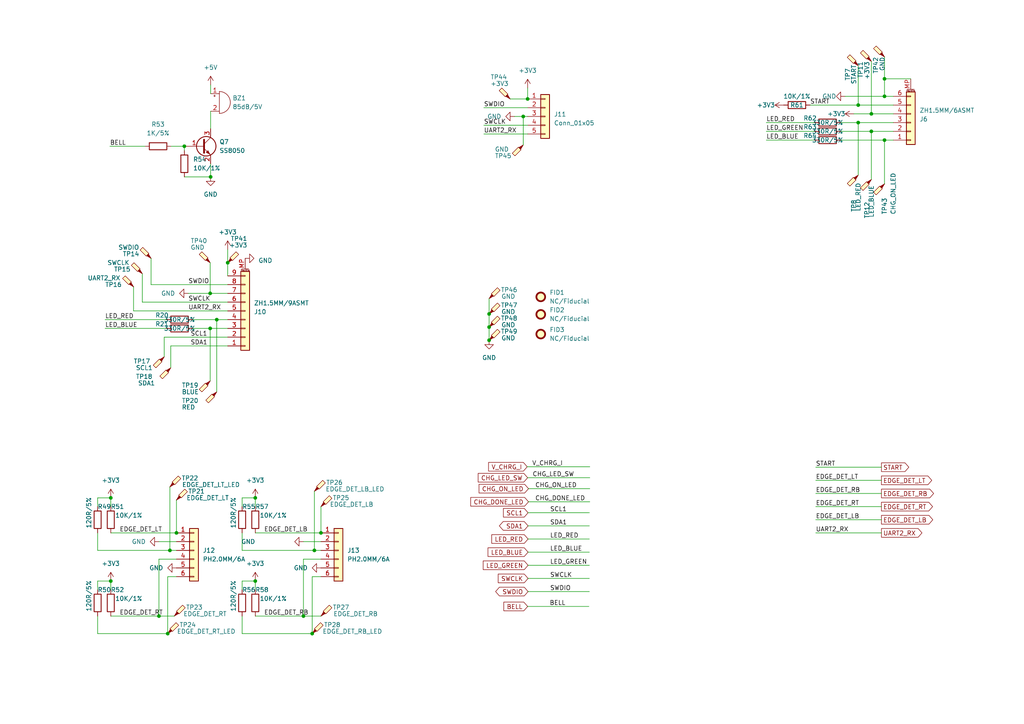
<source format=kicad_sch>
(kicad_sch (version 20231120) (generator "eeschema") (generator_version "8.0")
  (paper "A4")
  (lib_symbols
    (symbol "Connector:TestPoint_Probe" (pin_numbers hide) (pin_names (offset 0.762) hide)
      (property "Reference" "TP" (at 1.651 5.842 0))
      (property "Value" "TestPoint_Probe" (at 1.651 4.064 0))
      (symbol "TestPoint_Probe_0_1"
        (polyline (pts (xy 1.27 0.762) (xy 0 0) (xy 0.762 1.27) (xy 1.27 0.762)) (fill (type outline)))
        (polyline (pts (xy 1.397 0.635) (xy 0.635 1.397) (xy 2.413 3.175) (xy 3.175 2.413) (xy 1.397 0.635)) (fill (type background)))
      )
      (symbol "TestPoint_Probe_1_1"
        (pin passive line (at 0 0 90) (length 0) (name "1") (number "1"))
      )
    )
    (symbol "Connector_Generic:Conn_01x05" (pin_names (offset 1.016) hide)
      (property "Reference" "J" (at 0 7.62 0))
      (property "Value" "Conn_01x05" (at 0 -7.62 0))
      (symbol "Conn_01x05_1_1"
        (rectangle (start -1.27 -4.953) (end 0 -5.207) (stroke (width 0.1524)))
        (rectangle (start -1.27 -2.413) (end 0 -2.667) (stroke (width 0.1524)))
        (rectangle (start -1.27 0.127) (end 0 -0.127) (stroke (width 0.1524)))
        (rectangle (start -1.27 2.667) (end 0 2.413) (stroke (width 0.1524)))
        (rectangle (start -1.27 5.207) (end 0 4.953) (stroke (width 0.1524)))
        (rectangle (start -1.27 6.35) (end 1.27 -6.35) (stroke (width 0.254)) (fill (type background)))
        (pin passive line (at -5.08 5.08 0) (length 3.81) (name "Pin_1") (number "1"))
        (pin passive line (at -5.08 2.54 0) (length 3.81) (name "Pin_2") (number "2"))
        (pin passive line (at -5.08 0 0) (length 3.81) (name "Pin_3") (number "3"))
        (pin passive line (at -5.08 -2.54 0) (length 3.81) (name "Pin_4") (number "4"))
        (pin passive line (at -5.08 -5.08 0) (length 3.81) (name "Pin_5") (number "5"))
      )
    )
    (symbol "Connector_Generic:Conn_01x06" (pin_names (offset 1.016) hide)
      (property "Reference" "J" (at 0 7.62 0))
      (property "Value" "Conn_01x06" (at 0 -10.16 0))
      (symbol "Conn_01x06_1_1"
        (rectangle (start -1.27 -7.493) (end 0 -7.747) (stroke (width 0.1524)))
        (rectangle (start -1.27 -4.953) (end 0 -5.207) (stroke (width 0.1524)))
        (rectangle (start -1.27 -2.413) (end 0 -2.667) (stroke (width 0.1524)))
        (rectangle (start -1.27 0.127) (end 0 -0.127) (stroke (width 0.1524)))
        (rectangle (start -1.27 2.667) (end 0 2.413) (stroke (width 0.1524)))
        (rectangle (start -1.27 5.207) (end 0 4.953) (stroke (width 0.1524)))
        (rectangle (start -1.27 6.35) (end 1.27 -8.89) (stroke (width 0.254)) (fill (type background)))
        (pin passive line (at -5.08 5.08 0) (length 3.81) (name "Pin_1") (number "1"))
        (pin passive line (at -5.08 2.54 0) (length 3.81) (name "Pin_2") (number "2"))
        (pin passive line (at -5.08 0 0) (length 3.81) (name "Pin_3") (number "3"))
        (pin passive line (at -5.08 -2.54 0) (length 3.81) (name "Pin_4") (number "4"))
        (pin passive line (at -5.08 -5.08 0) (length 3.81) (name "Pin_5") (number "5"))
        (pin passive line (at -5.08 -7.62 0) (length 3.81) (name "Pin_6") (number "6"))
      )
    )
    (symbol "Connector_Generic_MountingPin:Conn_01x06_MountingPin" (pin_names (offset 1.016) hide)
      (property "Reference" "J" (at 0 7.62 0))
      (property "Value" "Conn_01x06_MountingPin" (at 1.27 -10.16 0))
      (symbol "Conn_01x06_MountingPin_1_1"
        (rectangle (start -1.27 -7.493) (end 0 -7.747) (stroke (width 0.1524)))
        (rectangle (start -1.27 -4.953) (end 0 -5.207) (stroke (width 0.1524)))
        (rectangle (start -1.27 -2.413) (end 0 -2.667) (stroke (width 0.1524)))
        (rectangle (start -1.27 0.127) (end 0 -0.127) (stroke (width 0.1524)))
        (rectangle (start -1.27 2.667) (end 0 2.413) (stroke (width 0.1524)))
        (rectangle (start -1.27 5.207) (end 0 4.953) (stroke (width 0.1524)))
        (rectangle (start -1.27 6.35) (end 1.27 -8.89) (stroke (width 0.254)) (fill (type background)))
        (polyline (pts (xy -1.016 -9.652) (xy 1.016 -9.652)) (stroke (width 0.1524)))
        (text "Mounting" (at 0 -9.271 0) (effects (font (size 0.381 0.381))))
        (pin passive line (at -5.08 5.08 0) (length 3.81) (name "Pin_1") (number "1"))
        (pin passive line (at -5.08 2.54 0) (length 3.81) (name "Pin_2") (number "2"))
        (pin passive line (at -5.08 0 0) (length 3.81) (name "Pin_3") (number "3"))
        (pin passive line (at -5.08 -2.54 0) (length 3.81) (name "Pin_4") (number "4"))
        (pin passive line (at -5.08 -5.08 0) (length 3.81) (name "Pin_5") (number "5"))
        (pin passive line (at -5.08 -7.62 0) (length 3.81) (name "Pin_6") (number "6"))
        (pin passive line (at 0 -12.7 90) (length 3.048) (name "MountPin") (number "MP"))
      )
    )
    (symbol "Connector_Generic_MountingPin:Conn_01x09_MountingPin" (pin_names (offset 1.016) hide)
      (property "Reference" "J" (at 0 12.7 0))
      (property "Value" "Conn_01x09_MountingPin" (at 1.27 -12.7 0))
      (symbol "Conn_01x09_MountingPin_1_1"
        (rectangle (start -1.27 -10.033) (end 0 -10.287) (stroke (width 0.1524)))
        (rectangle (start -1.27 -7.493) (end 0 -7.747) (stroke (width 0.1524)))
        (rectangle (start -1.27 -4.953) (end 0 -5.207) (stroke (width 0.1524)))
        (rectangle (start -1.27 -2.413) (end 0 -2.667) (stroke (width 0.1524)))
        (rectangle (start -1.27 0.127) (end 0 -0.127) (stroke (width 0.1524)))
        (rectangle (start -1.27 2.667) (end 0 2.413) (stroke (width 0.1524)))
        (rectangle (start -1.27 5.207) (end 0 4.953) (stroke (width 0.1524)))
        (rectangle (start -1.27 7.747) (end 0 7.493) (stroke (width 0.1524)))
        (rectangle (start -1.27 10.287) (end 0 10.033) (stroke (width 0.1524)))
        (rectangle (start -1.27 11.43) (end 1.27 -11.43) (stroke (width 0.254)) (fill (type background)))
        (polyline (pts (xy -1.016 -12.192) (xy 1.016 -12.192)) (stroke (width 0.1524)))
        (text "Mounting" (at 0 -11.811 0) (effects (font (size 0.381 0.381))))
        (pin passive line (at -5.08 10.16 0) (length 3.81) (name "Pin_1") (number "1"))
        (pin passive line (at -5.08 7.62 0) (length 3.81) (name "Pin_2") (number "2"))
        (pin passive line (at -5.08 5.08 0) (length 3.81) (name "Pin_3") (number "3"))
        (pin passive line (at -5.08 2.54 0) (length 3.81) (name "Pin_4") (number "4"))
        (pin passive line (at -5.08 0 0) (length 3.81) (name "Pin_5") (number "5"))
        (pin passive line (at -5.08 -2.54 0) (length 3.81) (name "Pin_6") (number "6"))
        (pin passive line (at -5.08 -5.08 0) (length 3.81) (name "Pin_7") (number "7"))
        (pin passive line (at -5.08 -7.62 0) (length 3.81) (name "Pin_8") (number "8"))
        (pin passive line (at -5.08 -10.16 0) (length 3.81) (name "Pin_9") (number "9"))
        (pin passive line (at 0 -15.24 90) (length 3.048) (name "MountPin") (number "MP"))
      )
    )
    (symbol "Device:Buzzer" (pin_names (offset 0.0254) hide)
      (property "Reference" "BZ" (at 3.81 1.27 0))
      (property "Value" "Buzzer" (at 3.81 -1.27 0))
      (symbol "Buzzer_0_1"
        (arc (start 0 -3.175) (mid 3.1612 0) (end 0 3.175))
        (polyline (pts (xy -1.651 1.905) (xy -1.143 1.905)))
        (polyline (pts (xy -1.397 2.159) (xy -1.397 1.651)))
        (polyline (pts (xy 0 3.175) (xy 0 -3.175)))
      )
      (symbol "Buzzer_1_1"
        (pin passive line (at -2.54 2.54 0) (length 2.54) (name "-") (number "1"))
        (pin passive line (at -2.54 -2.54 0) (length 2.54) (name "+") (number "2"))
      )
    )
    (symbol "Device:Q_NPN_BEC" (pin_names (offset 0) hide)
      (property "Reference" "Q" (at 5.08 1.27 0))
      (property "Value" "Q_NPN_BEC" (at 5.08 -1.27 0))
      (symbol "Q_NPN_BEC_0_1"
        (polyline (pts (xy 0.635 0.635) (xy 2.54 2.54)))
        (polyline (pts (xy 0.635 -0.635) (xy 2.54 -2.54) (xy 2.54 -2.54)))
        (polyline (pts (xy 0.635 1.905) (xy 0.635 -1.905) (xy 0.635 -1.905)) (stroke (width 0.508)))
        (polyline (pts (xy 1.27 -1.778) (xy 1.778 -1.27) (xy 2.286 -2.286) (xy 1.27 -1.778) (xy 1.27 -1.778)) (fill (type outline)))
        (circle (center 1.27 0) (radius 2.8194) (stroke (width 0.254)))
      )
      (symbol "Q_NPN_BEC_1_1"
        (pin input line (at -5.08 0 0) (length 5.715) (name "B") (number "1"))
        (pin passive line (at 2.54 -5.08 90) (length 2.54) (name "E") (number "2"))
        (pin passive line (at 2.54 5.08 270) (length 2.54) (name "C") (number "3"))
      )
    )
    (symbol "Device:R" (pin_numbers hide) (pin_names (offset 0))
      (property "Reference" "R" (at 2.032 0 90))
      (property "Value" "R" (at 0 0 90))
      (symbol "R_0_1"
        (rectangle (start -1.016 -2.54) (end 1.016 2.54) (stroke (width 0.254)))
      )
      (symbol "R_1_1"
        (pin passive line (at 0 3.81 270) (length 1.27) (name "~") (number "1"))
        (pin passive line (at 0 -3.81 90) (length 1.27) (name "~") (number "2"))
      )
    )
    (symbol "GND_1" (power) (pin_names (offset 0))
      (property "Value" "GND_1" (at 0 -3.81 0))
      (symbol "GND_1_0_1"
        (polyline (pts (xy 0 0) (xy 0 -1.27) (xy 1.27 -1.27) (xy 0 -2.54) (xy -1.27 -1.27) (xy 0 -1.27)))
      )
      (symbol "GND_1_1_1"
        (pin power_in line (at 0 0 270) (length 0) hide (name "GND") (number "1"))
      )
    )
    (symbol "GND_2" (power) (pin_names (offset 0))
      (property "Value" "GND_2" (at 0 -3.81 0))
      (symbol "GND_2_0_1"
        (polyline (pts (xy 0 0) (xy 0 -1.27) (xy 1.27 -1.27) (xy 0 -2.54) (xy -1.27 -1.27) (xy 0 -1.27)))
      )
      (symbol "GND_2_1_1"
        (pin power_in line (at 0 0 270) (length 0) hide (name "GND") (number "1"))
      )
    )
    (symbol "Mechanical:Fiducial"
      (property "Reference" "FID" (at 0 5.08 0))
      (property "Value" "Fiducial" (at 0 3.175 0))
      (symbol "Fiducial_0_1"
        (circle (center 0 0) (radius 1.27) (stroke (width 0.508)) (fill (type background)))
      )
    )
    (symbol "power:+3V3" (power) (pin_names (offset 0))
      (property "Value" "+3V3" (at 0 3.556 0))
      (symbol "+3V3_0_1"
        (polyline (pts (xy -0.762 1.27) (xy 0 2.54)))
        (polyline (pts (xy 0 0) (xy 0 2.54)))
        (polyline (pts (xy 0 2.54) (xy 0.762 1.27)))
      )
      (symbol "+3V3_1_1"
        (pin power_in line (at 0 0 90) (length 0) hide (name "+3V3") (number "1"))
      )
    )
    (symbol "power:+5V" (power) (pin_names (offset 0))
      (property "Value" "+5V" (at 0 3.556 0))
      (symbol "+5V_0_1"
        (polyline (pts (xy -0.762 1.27) (xy 0 2.54)))
        (polyline (pts (xy 0 0) (xy 0 2.54)))
        (polyline (pts (xy 0 2.54) (xy 0.762 1.27)))
      )
      (symbol "+5V_1_1"
        (pin power_in line (at 0 0 90) (length 0) hide (name "+5V") (number "1"))
      )
    )
    (symbol "power:GND" (power) (pin_names (offset 0))
      (property "Value" "GND" (at 0 -3.81 0))
      (symbol "GND_0_1"
        (polyline (pts (xy 0 0) (xy 0 -1.27) (xy 1.27 -1.27) (xy 0 -2.54) (xy -1.27 -1.27) (xy 0 -1.27)))
      )
      (symbol "GND_1_1"
        (pin power_in line (at 0 0 270) (length 0) hide (name "GND") (number "1"))
      )
    )
  )
  (junction (at 48.641 183.769))
  (junction (at 252.73 33.02))
  (junction (at 46.101 178.689))
  (junction (at 88.011 178.689))
  (junction (at 153.035 28.702))
  (junction (at 141.859 94.869))
  (junction (at 141.859 91.059))
  (junction (at 256.54 22.86))
  (junction (at 60.96 85.09))
  (junction (at 91.186 159.639))
  (junction (at 256.54 40.64))
  (junction (at 256.54 27.94))
  (junction (at 49.276 159.639))
  (junction (at 74.041 168.529))
  (junction (at 32.131 144.399))
  (junction (at 141.859 98.679))
  (junction (at 248.92 35.56))
  (junction (at 51.181 154.559))
  (junction (at 32.131 168.529))
  (junction (at 151.765 33.782))
  (junction (at 61.087 51.308))
  (junction (at 90.551 183.769))
  (junction (at 93.091 154.559))
  (junction (at 53.467 42.418))
  (junction (at 248.92 30.48))
  (junction (at 252.73 38.1))
  (junction (at 66.04 76.2))
  (junction (at 74.041 144.399))
  (junction (at 60.96 95.25))
  (junction (at 62.865 92.71))
  (wire (pts (xy 74.041 154.559) (xy 93.091 154.559)))
  (wire (pts (xy 90.551 183.769) (xy 90.551 167.259)))
  (wire (pts (xy 152.908 135.382) (xy 171.069 135.382)))
  (wire (pts (xy 28.321 154.559) (xy 28.321 159.639)))
  (wire (pts (xy 140.335 38.862) (xy 153.035 38.862)))
  (wire (pts (xy 248.92 30.48) (xy 259.08 30.48)))
  (wire (pts (xy 256.54 40.64) (xy 259.08 40.64)))
  (wire (pts (xy 236.601 146.939) (xy 255.651 146.939)))
  (wire (pts (xy 43.815 74.93) (xy 43.815 82.55)))
  (wire (pts (xy 60.96 76.2) (xy 60.96 85.09)))
  (wire (pts (xy 252.73 33.02) (xy 259.08 33.02)))
  (wire (pts (xy 147.955 28.702) (xy 153.035 28.702)))
  (wire (pts (xy 243.84 40.64) (xy 256.54 40.64)))
  (wire (pts (xy 153.035 175.895) (xy 170.815 175.895)))
  (wire (pts (xy 153.162 171.577) (xy 170.942 171.577)))
  (wire (pts (xy 236.601 135.509) (xy 255.651 135.509)))
  (wire (pts (xy 49.53 106.68) (xy 49.53 100.33)))
  (wire (pts (xy 252.73 17.78) (xy 252.73 33.02)))
  (wire (pts (xy 149.225 33.782) (xy 151.765 33.782)))
  (wire (pts (xy 47.625 103.505) (xy 47.625 97.79)))
  (wire (pts (xy 88.011 178.689) (xy 93.091 178.689)))
  (wire (pts (xy 46.101 162.179) (xy 51.181 162.179)))
  (wire (pts (xy 66.04 72.39) (xy 66.04 76.2)))
  (wire (pts (xy 28.321 171.069) (xy 28.321 168.529)))
  (wire (pts (xy 28.321 146.939) (xy 28.321 144.399)))
  (wire (pts (xy 140.335 36.322) (xy 153.035 36.322)))
  (wire (pts (xy 66.04 76.2) (xy 66.04 80.01)))
  (wire (pts (xy 55.88 92.71) (xy 62.865 92.71)))
  (wire (pts (xy 28.321 183.769) (xy 48.641 183.769)))
  (wire (pts (xy 38.735 90.17) (xy 66.04 90.17)))
  (wire (pts (xy 247.65 33.02) (xy 252.73 33.02)))
  (wire (pts (xy 141.859 94.869) (xy 141.859 98.679)))
  (wire (pts (xy 47.625 97.79) (xy 66.04 97.79)))
  (wire (pts (xy 61.087 32.258) (xy 61.087 37.338)))
  (wire (pts (xy 70.231 183.769) (xy 90.551 183.769)))
  (wire (pts (xy 28.321 159.639) (xy 49.276 159.639)))
  (wire (pts (xy 222.25 40.64) (xy 236.22 40.64)))
  (wire (pts (xy 153.035 138.557) (xy 171.069 138.557)))
  (wire (pts (xy 41.275 79.375) (xy 41.275 87.63)))
  (wire (pts (xy 140.335 31.242) (xy 153.035 31.242)))
  (wire (pts (xy 153.035 25.527) (xy 153.035 28.702)))
  (wire (pts (xy 236.601 143.129) (xy 255.651 143.129)))
  (wire (pts (xy 62.865 92.71) (xy 66.04 92.71)))
  (wire (pts (xy 141.859 86.614) (xy 141.859 91.059)))
  (wire (pts (xy 53.467 42.418) (xy 53.467 43.688)))
  (wire (pts (xy 243.84 35.56) (xy 248.92 35.56)))
  (wire (pts (xy 70.231 144.399) (xy 74.041 144.399)))
  (wire (pts (xy 153.162 156.337) (xy 170.942 156.337)))
  (wire (pts (xy 248.92 50.8) (xy 248.92 35.56)))
  (wire (pts (xy 48.641 167.259) (xy 51.181 167.259)))
  (wire (pts (xy 49.53 100.33) (xy 66.04 100.33)))
  (wire (pts (xy 70.231 146.939) (xy 70.231 144.399)))
  (wire (pts (xy 91.186 142.494) (xy 91.186 159.639)))
  (wire (pts (xy 153.162 160.147) (xy 170.942 160.147)))
  (wire (pts (xy 256.54 27.94) (xy 256.54 22.86)))
  (wire (pts (xy 61.087 24.638) (xy 61.087 27.178)))
  (wire (pts (xy 248.92 19.05) (xy 248.92 30.48)))
  (wire (pts (xy 74.041 144.399) (xy 74.041 146.939)))
  (wire (pts (xy 60.96 85.09) (xy 66.04 85.09)))
  (wire (pts (xy 153.289 141.732) (xy 171.069 141.732)))
  (wire (pts (xy 151.765 33.782) (xy 153.035 33.782)))
  (wire (pts (xy 41.275 87.63) (xy 66.04 87.63)))
  (wire (pts (xy 61.087 47.498) (xy 61.087 51.308)))
  (wire (pts (xy 252.73 38.1) (xy 259.08 38.1)))
  (wire (pts (xy 222.25 35.56) (xy 236.22 35.56)))
  (wire (pts (xy 236.601 150.749) (xy 255.651 150.749)))
  (wire (pts (xy 49.657 42.418) (xy 53.467 42.418)))
  (wire (pts (xy 54.61 85.09) (xy 60.96 85.09)))
  (wire (pts (xy 70.231 171.069) (xy 70.231 168.529)))
  (wire (pts (xy 32.131 154.559) (xy 51.181 154.559)))
  (wire (pts (xy 141.859 91.059) (xy 141.859 94.869)))
  (wire (pts (xy 153.162 167.767) (xy 170.942 167.767)))
  (wire (pts (xy 234.95 30.48) (xy 248.92 30.48)))
  (wire (pts (xy 236.601 154.559) (xy 255.651 154.559)))
  (wire (pts (xy 248.92 35.56) (xy 259.08 35.56)))
  (wire (pts (xy 243.84 38.1) (xy 252.73 38.1)))
  (wire (pts (xy 30.48 92.71) (xy 48.26 92.71)))
  (wire (pts (xy 32.131 144.399) (xy 32.131 146.939)))
  (wire (pts (xy 245.11 27.94) (xy 256.54 27.94)))
  (wire (pts (xy 93.091 157.099) (xy 88.011 157.099)))
  (wire (pts (xy 32.131 168.529) (xy 32.131 171.069)))
  (wire (pts (xy 53.467 51.308) (xy 61.087 51.308)))
  (wire (pts (xy 43.815 82.55) (xy 66.04 82.55)))
  (wire (pts (xy 153.162 163.957) (xy 170.942 163.957)))
  (wire (pts (xy 31.877 42.418) (xy 42.037 42.418)))
  (wire (pts (xy 151.765 33.782) (xy 151.765 42.037)))
  (wire (pts (xy 62.865 92.71) (xy 62.865 113.665)))
  (wire (pts (xy 28.321 178.689) (xy 28.321 183.769)))
  (wire (pts (xy 256.54 53.34) (xy 256.54 40.64)))
  (wire (pts (xy 222.25 38.1) (xy 236.22 38.1)))
  (wire (pts (xy 55.88 95.25) (xy 60.96 95.25)))
  (wire (pts (xy 46.101 178.689) (xy 50.546 178.689)))
  (wire (pts (xy 90.551 167.259) (xy 93.091 167.259)))
  (wire (pts (xy 70.231 159.639) (xy 91.186 159.639)))
  (wire (pts (xy 51.181 157.099) (xy 46.101 157.099)))
  (wire (pts (xy 74.041 168.529) (xy 74.041 171.069)))
  (wire (pts (xy 236.601 139.319) (xy 255.651 139.319)))
  (wire (pts (xy 51.181 145.034) (xy 51.181 154.559)))
  (wire (pts (xy 49.276 141.224) (xy 49.276 159.639)))
  (wire (pts (xy 256.54 16.51) (xy 256.54 22.86)))
  (wire (pts (xy 70.231 168.529) (xy 74.041 168.529)))
  (wire (pts (xy 74.041 178.689) (xy 88.011 178.689)))
  (wire (pts (xy 28.321 168.529) (xy 32.131 168.529)))
  (wire (pts (xy 91.186 159.639) (xy 93.091 159.639)))
  (wire (pts (xy 256.54 22.86) (xy 264.16 22.86)))
  (wire (pts (xy 30.48 95.25) (xy 48.26 95.25)))
  (wire (pts (xy 28.321 144.399) (xy 32.131 144.399)))
  (wire (pts (xy 38.735 83.185) (xy 38.735 90.17)))
  (wire (pts (xy 48.641 183.769) (xy 48.641 167.259)))
  (wire (pts (xy 46.101 178.689) (xy 46.101 162.179)))
  (wire (pts (xy 153.162 152.527) (xy 170.942 152.527)))
  (wire (pts (xy 49.276 159.639) (xy 51.181 159.639)))
  (wire (pts (xy 252.73 52.07) (xy 252.73 38.1)))
  (wire (pts (xy 70.231 154.559) (xy 70.231 159.639)))
  (wire (pts (xy 153.162 148.717) (xy 170.942 148.717)))
  (wire (pts (xy 60.96 95.25) (xy 66.04 95.25)))
  (wire (pts (xy 93.091 146.939) (xy 93.091 154.559)))
  (wire (pts (xy 60.96 95.25) (xy 60.96 110.49)))
  (wire (pts (xy 88.011 162.179) (xy 93.091 162.179)))
  (wire (pts (xy 88.011 178.689) (xy 88.011 162.179)))
  (wire (pts (xy 70.231 178.689) (xy 70.231 183.769)))
  (wire (pts (xy 153.289 145.542) (xy 171.069 145.542)))
  (wire (pts (xy 32.131 178.689) (xy 46.101 178.689)))
  (wire (pts (xy 256.54 27.94) (xy 259.08 27.94)))
  (label "SWCLK" (at 159.512 167.767 0))
  (label "BELL" (at 31.877 42.418 0))
  (label "EDGE_DET_RB" (at 76.581 178.689 0))
  (label "SWDIO" (at 159.512 171.577 0))
  (label "LED_BLUE" (at 222.25 40.64 0))
  (label "EDGE_DET_RT" (at 236.601 146.939 0))
  (label "SDA1" (at 159.512 152.527 0))
  (label "LED_RED" (at 222.25 35.56 0))
  (label "EDGE_DET_LB" (at 236.601 150.749 0))
  (label "UART2_RX" (at 140.335 38.862 0))
  (label "LED_GREEN" (at 222.25 38.1 0))
  (label "EDGE_DET_LT" (at 34.671 154.559 0))
  (label "LED_RED" (at 30.48 92.71 0))
  (label "EDGE_DET_RB" (at 236.601 143.129 0))
  (label "LED_RED" (at 159.512 156.337 0))
  (label "SWDIO" (at 140.335 31.242 0))
  (label "EDGE_DET_LT" (at 236.601 139.319 0))
  (label "SWCLK" (at 140.335 36.322 0))
  (label "V_CHRG_I" (at 154.305 135.382 0))
  (label "UART2_RX" (at 236.601 154.559 0))
  (label "BELL" (at 159.385 175.895 0))
  (label "EDGE_DET_RT" (at 34.671 178.689 0))
  (label "UART2_RX" (at 54.61 90.17 0))
  (label "CHG_DONE_LED" (at 155.194 145.542 0))
  (label "LED_BLUE" (at 159.512 160.147 0))
  (label "EDGE_DET_LB" (at 76.581 154.559 0))
  (label "START" (at 236.601 135.509 0))
  (label "SWCLK" (at 54.61 87.63 0))
  (label "SDA1" (at 55.245 100.33 0))
  (label "SWDIO" (at 54.61 82.55 0))
  (label "LED_GREEN" (at 159.512 163.957 0))
  (label "SCL1" (at 159.512 148.717 0))
  (label "LED_BLUE" (at 30.48 95.25 0))
  (label "SCL1" (at 55.245 97.79 0))
  (label "START" (at 234.95 30.48 0))
  (label "CHG_LED_SW" (at 154.432 138.557 0))
  (label "CHG_ON_LED" (at 155.194 141.732 0))
  (global_label "LED_GREEN" (shape input) (at 153.162 163.957 180) (property "Intersheetrefs" "${INTERSHEET_REFS}" (effects (hide yes))))
  (global_label "SDA1" (shape bidirectional) (at 153.162 152.527 180) (property "Intersheetrefs" "${INTERSHEET_REFS}" (effects (hide yes))))
  (global_label "LED_RED" (shape input) (at 153.162 156.337 180) (property "Intersheetrefs" "${INTERSHEET_REFS}" (effects (hide yes))))
  (global_label "CHG_DONE_LED" (shape input) (at 153.289 145.542 180) (property "Intersheetrefs" "${INTERSHEET_REFS}" (effects (hide yes))))
  (global_label "EDGE_DET_RT" (shape output) (at 255.651 146.939 0) (property "Intersheetrefs" "${INTERSHEET_REFS}" (effects (hide yes))))
  (global_label "SWDIO" (shape bidirectional) (at 153.162 171.577 180) (property "Intersheetrefs" "${INTERSHEET_REFS}" (effects (hide yes))))
  (global_label "EDGE_DET_LT" (shape output) (at 255.651 139.319 0) (property "Intersheetrefs" "${INTERSHEET_REFS}" (effects (hide yes))))
  (global_label "V_CHRG_I" (shape input) (at 152.908 135.382 180) (property "Intersheetrefs" "${INTERSHEET_REFS}" (effects (hide yes))))
  (global_label "EDGE_DET_LB" (shape output) (at 255.651 150.749 0) (property "Intersheetrefs" "${INTERSHEET_REFS}" (effects (hide yes))))
  (global_label "START" (shape output) (at 255.651 135.509 0) (property "Intersheetrefs" "${INTERSHEET_REFS}" (effects (hide yes))))
  (global_label "SWCLK" (shape input) (at 153.162 167.767 180) (property "Intersheetrefs" "${INTERSHEET_REFS}" (effects (hide yes))))
  (global_label "SCL1" (shape input) (at 153.162 148.717 180) (property "Intersheetrefs" "${INTERSHEET_REFS}" (effects (hide yes))))
  (global_label "LED_BLUE" (shape input) (at 153.162 160.147 180) (property "Intersheetrefs" "${INTERSHEET_REFS}" (effects (hide yes))))
  (global_label "EDGE_DET_RB" (shape output) (at 255.651 143.129 0) (property "Intersheetrefs" "${INTERSHEET_REFS}" (effects (hide yes))))
  (global_label "UART2_RX" (shape output) (at 255.651 154.559 0) (property "Intersheetrefs" "${INTERSHEET_REFS}" (effects (hide yes))))
  (global_label "CHG_LED_SW" (shape input) (at 153.035 138.557 180) (property "Intersheetrefs" "${INTERSHEET_REFS}" (effects (hide yes))))
  (global_label "CHG_ON_LED" (shape input) (at 153.289 141.732 180) (property "Intersheetrefs" "${INTERSHEET_REFS}" (effects (hide yes))))
  (global_label "BELL" (shape input) (at 153.035 175.895 180) (property "Intersheetrefs" "${INTERSHEET_REFS}" (effects (hide yes))))
  (symbol (lib_id "Connector:TestPoint_Probe") (at 141.859 91.059 0) (unit 1)
    (property "Reference" "TP47" (at 150.114 88.519 0) (effects (justify right)))
    (property "Value" "GND" (at 149.479 90.424 0) (effects (justify right)))
    (property "Footprint" "TestPoint:TestPoint_Pad_D1.0mm" (effects (hide yes)))
  )
  (symbol (lib_id "Connector:TestPoint_Probe") (at 248.92 19.05 90) (unit 1)
    (property "Reference" "TP7" (at 245.872 21.59 0))
    (property "Value" "START" (at 247.65 21.59 0))
    (property "Footprint" "TestPoint:TestPoint_Pad_D1.0mm" (effects (hide yes)))
  )
  (symbol (lib_id "Connector:TestPoint_Probe") (at 41.275 79.375 90) (unit 1)
    (property "Reference" "TP15" (at 33.02 78.105 90) (effects (justify right)))
    (property "Value" "SWCLK" (at 31.115 76.2 90) (effects (justify right)))
    (property "Footprint" "TestPoint:TestPoint_Pad_D1.0mm" (effects (hide yes)))
  )
  (symbol (lib_id "Connector:TestPoint_Probe") (at 60.96 110.49 180) (unit 1)
    (property "Reference" "TP19" (at 52.705 111.76 0) (effects (justify right)))
    (property "Value" "BLUE" (at 52.705 113.665 0) (effects (justify right)))
    (property "Footprint" "TestPoint:TestPoint_Pad_D1.0mm" (effects (hide yes)))
  )
  (symbol (lib_id "Device:R") (at 32.131 150.749 0) (unit 1)
    (property "Reference" "R51" (at 32.131 146.939 0) (effects (justify left)))
    (property "Value" "10K/1%" (at 33.401 149.479 0) (effects (justify left)))
    (property "Footprint" "Resistor_SMD:R_0603_1608Metric" (effects (hide yes)))
  )
  (symbol (lib_id "Connector:TestPoint_Probe") (at 47.625 103.505 180) (unit 1)
    (property "Reference" "TP17" (at 38.735 104.775 0) (effects (justify right)))
    (property "Value" "SCL1" (at 39.37 106.68 0) (effects (justify right)))
    (property "Footprint" "TestPoint:TestPoint_Pad_D1.0mm" (effects (hide yes)))
  )
  (symbol (lib_id "power:+3V3") (at 74.041 144.399 0) (unit 1)
    (property "Reference" "#PWR0205" (effects (hide yes)))
    (property "Value" "+3V3" (at 74.041 139.319 0))
  )
  (symbol (lib_id "Connector:TestPoint_Probe") (at 256.54 16.51 90) (unit 1)
    (property "Reference" "TP42" (at 254 16.51 0) (effects (justify right)))
    (property "Value" "GND" (at 255.905 16.51 0) (effects (justify right)))
    (property "Footprint" "TestPoint:TestPoint_Pad_D1.0mm" (effects (hide yes)))
  )
  (symbol (lib_id "Device:R") (at 74.041 174.879 0) (unit 1)
    (property "Reference" "R58" (at 74.041 171.069 0) (effects (justify left)))
    (property "Value" "10K/1%" (at 75.311 173.609 0) (effects (justify left)))
    (property "Footprint" "Resistor_SMD:R_0603_1608Metric" (effects (hide yes)))
  )
  (symbol (lib_id "Connector:TestPoint_Probe") (at 252.73 52.07 180) (unit 1)
    (property "Reference" "TP12" (at 251.46 60.96 90))
    (property "Value" "LED_BLUE" (at 252.73 58.42 90))
    (property "Footprint" "TestPoint:TestPoint_Pad_D1.0mm" (effects (hide yes)))
  )
  (symbol (lib_id "Connector:TestPoint_Probe") (at 252.73 17.78 90) (unit 1)
    (property "Reference" "TP11" (at 249.555 17.78 0) (effects (justify right)))
    (property "Value" "+3V3" (at 251.46 17.78 0) (effects (justify right)))
    (property "Footprint" "TestPoint:TestPoint_Pad_D1.0mm" (effects (hide yes)))
  )
  (symbol (lib_id "Connector:TestPoint_Probe") (at 151.765 42.037 180) (unit 1)
    (property "Reference" "TP45" (at 143.51 45.212 0) (effects (justify right)))
    (property "Value" "GND" (at 143.51 43.307 0) (effects (justify right)))
    (property "Footprint" "TestPoint:TestPoint_Pad_D1.0mm" (effects (hide yes)))
  )
  (symbol (lib_id "Device:R") (at 240.03 35.56 90) (unit 1)
    (property "Reference" "R62" (at 234.95 34.29 90))
    (property "Value" "330R/5%" (at 240.03 35.56 90))
    (property "Footprint" "Resistor_SMD:R_0603_1608Metric" (effects (hide yes)))
  )
  (symbol (lib_id "Device:R") (at 28.321 150.749 0) (unit 1)
    (property "Reference" "R49" (at 28.321 146.939 0) (effects (justify left)))
    (property "Value" "120R/5%" (at 25.781 153.289 90) (effects (justify left)))
    (property "Footprint" "Resistor_SMD:R_0603_1608Metric" (effects (hide yes)))
  )
  (symbol (lib_id "Connector_Generic_MountingPin:Conn_01x09_MountingPin") (at 71.12 90.17 0) (mirror x) (unit 1)
    (property "Reference" "J10" (at 73.66 90.4494 0) (effects (justify left)))
    (property "Value" "ZH1.5MM/9ASMT" (at 73.66 87.9094 0) (effects (justify left)))
    (property "Footprint" "Ovo_Connector_JST:JST_ZH_B9B-ZR-SM4-TF_1x09-1MP_P1.50mm_Vertical" (effects (hide yes)))
  )
  (symbol (lib_id "Connector_Generic:Conn_01x06") (at 98.171 159.639 0) (unit 1)
    (property "Reference" "J13" (at 100.711 159.6389 0) (effects (justify left)))
    (property "Value" "PH2.0MM/6A" (at 100.711 162.1789 0) (effects (justify left)))
    (property "Footprint" "Connector_JST:JST_PH_B6B-PH-K_1x06_P2.00mm_Vertical" (effects (hide yes)))
  )
  (symbol (lib_id "Connector:TestPoint_Probe") (at 43.815 74.93 90) (unit 1)
    (property "Reference" "TP14" (at 35.56 73.66 90) (effects (justify right)))
    (property "Value" "SWDIO" (at 34.29 71.755 90) (effects (justify right)))
    (property "Footprint" "TestPoint:TestPoint_Pad_D1.0mm" (effects (hide yes)))
  )
  (symbol (lib_id "Device:R") (at 52.07 92.71 90) (unit 1)
    (property "Reference" "R20" (at 46.99 91.44 90))
    (property "Value" "330R/5%" (at 52.07 92.71 90))
    (property "Footprint" "Resistor_SMD:R_0603_1608Metric" (effects (hide yes)))
  )
  (symbol (lib_name "GND_1") (lib_id "power:GND") (at 71.12 74.93 90) (unit 1)
    (property "Reference" "#PWR09" (effects (hide yes)))
    (property "Value" "GND" (at 74.93 75.565 90) (effects (justify right)))
  )
  (symbol (lib_id "Connector:TestPoint_Probe") (at 62.865 113.665 180) (unit 1)
    (property "Reference" "TP20" (at 52.705 116.205 0) (effects (justify right)))
    (property "Value" "RED" (at 52.705 118.11 0) (effects (justify right)))
    (property "Footprint" "TestPoint:TestPoint_Pad_D1.0mm" (effects (hide yes)))
  )
  (symbol (lib_id "power:+3V3") (at 32.131 144.399 0) (unit 1)
    (property "Reference" "#PWR0206" (effects (hide yes)))
    (property "Value" "+3V3" (at 32.131 139.319 0))
  )
  (symbol (lib_id "Connector:TestPoint_Probe") (at 49.276 141.224 0) (unit 1)
    (property "Reference" "TP22" (at 57.531 138.684 0) (effects (justify right)))
    (property "Value" "EDGE_DET_LT_LED" (at 69.596 140.589 0) (effects (justify right)))
    (property "Footprint" "TestPoint:TestPoint_Pad_D1.0mm" (effects (hide yes)))
  )
  (symbol (lib_id "power:GND") (at 46.101 157.099 270) (unit 1)
    (property "Reference" "#PWR0216" (effects (hide yes)))
    (property "Value" "GND" (at 42.291 157.099 90) (effects (justify right)))
  )
  (symbol (lib_id "Device:R") (at 32.131 174.879 0) (unit 1)
    (property "Reference" "R52" (at 32.131 171.069 0) (effects (justify left)))
    (property "Value" "10K/1%" (at 33.401 173.609 0) (effects (justify left)))
    (property "Footprint" "Resistor_SMD:R_0603_1608Metric" (effects (hide yes)))
  )
  (symbol (lib_id "Device:R") (at 28.321 174.879 0) (unit 1)
    (property "Reference" "R50" (at 28.321 171.069 0) (effects (justify left)))
    (property "Value" "120R/5%" (at 25.781 177.419 90) (effects (justify left)))
    (property "Footprint" "Resistor_SMD:R_0603_1608Metric" (effects (hide yes)))
  )
  (symbol (lib_id "power:+3V3") (at 66.04 72.39 0) (unit 1)
    (property "Reference" "#PWR0114" (effects (hide yes)))
    (property "Value" "+3V3" (at 66.04 67.31 0))
  )
  (symbol (lib_id "Connector_Generic:Conn_01x06") (at 56.261 159.639 0) (unit 1)
    (property "Reference" "J12" (at 58.801 159.6389 0) (effects (justify left)))
    (property "Value" "PH2.0MM/6A" (at 58.801 162.1789 0) (effects (justify left)))
    (property "Footprint" "Connector_JST:JST_PH_B6B-PH-K_1x06_P2.00mm_Vertical" (effects (hide yes)))
  )
  (symbol (lib_id "power:+3V3") (at 227.33 30.48 90) (unit 1)
    (property "Reference" "#PWR04" (effects (hide yes)))
    (property "Value" "+3V3" (at 224.79 30.48 90) (effects (justify left)))
  )
  (symbol (lib_id "Connector:TestPoint_Probe") (at 91.186 142.494 0) (unit 1)
    (property "Reference" "TP26" (at 99.441 139.954 0) (effects (justify right)))
    (property "Value" "EDGE_DET_LB_LED" (at 111.506 141.859 0) (effects (justify right)))
    (property "Footprint" "TestPoint:TestPoint_Pad_D1.0mm" (effects (hide yes)))
  )
  (symbol (lib_id "Device:Buzzer") (at 63.627 29.718 0) (unit 1)
    (property "Reference" "BZ1" (at 67.437 28.4479 0) (effects (justify left)))
    (property "Value" "85dB/5V" (at 67.437 30.9879 0) (effects (justify left)))
    (property "Footprint" "Ovo_Buzzer_Beeper:Buzzer_9x5.5RM5" (effects (hide yes)))
  )
  (symbol (lib_id "Device:Q_NPN_BEC") (at 58.547 42.418 0) (unit 1)
    (property "Reference" "Q7" (at 63.627 41.1479 0) (effects (justify left)))
    (property "Value" "SS8050" (at 63.627 43.6879 0) (effects (justify left)))
    (property "Footprint" "Package_TO_SOT_SMD:SOT-23" (effects (hide yes)))
  )
  (symbol (lib_id "power:+5V") (at 61.087 24.638 0) (unit 1)
    (property "Reference" "#PWR0219" (effects (hide yes)))
    (property "Value" "+5V" (at 61.087 19.558 0))
  )
  (symbol (lib_id "Mechanical:Fiducial") (at 156.845 86.106 0) (unit 1)
    (property "Reference" "FID1" (at 159.385 84.8359 0) (effects (justify left)))
    (property "Value" "NC/Fiducial" (at 159.385 87.3759 0) (effects (justify left)))
    (property "Footprint" "Fiducial:Fiducial_1mm_Mask2mm" (effects (hide yes)))
  )
  (symbol (lib_id "Connector:TestPoint_Probe") (at 48.641 183.769 0) (unit 1)
    (property "Reference" "TP24" (at 56.896 181.229 0) (effects (justify right)))
    (property "Value" "EDGE_DET_RT_LED" (at 68.326 183.134 0) (effects (justify right)))
    (property "Footprint" "TestPoint:TestPoint_Pad_D1.0mm" (effects (hide yes)))
  )
  (symbol (lib_id "Connector_Generic_MountingPin:Conn_01x06_MountingPin") (at 264.16 35.56 0) (mirror x) (unit 1)
    (property "Reference" "J6" (at 266.7 34.5694 0) (effects (justify left)))
    (property "Value" "ZH1.5MM/6ASMT" (at 266.7 32.0294 0) (effects (justify left)))
    (property "Footprint" "Ovo_Connector_JST:JST_ZH_B6B-ZR-SM4-TF_1x06-1MP_P1.50mm_Vertical" (effects (hide yes)))
  )
  (symbol (lib_id "Connector:TestPoint_Probe") (at 90.551 183.769 0) (unit 1)
    (property "Reference" "TP28" (at 98.806 181.229 0) (effects (justify right)))
    (property "Value" "EDGE_DET_RB_LED" (at 110.871 183.134 0) (effects (justify right)))
    (property "Footprint" "TestPoint:TestPoint_Pad_D1.0mm" (effects (hide yes)))
  )
  (symbol (lib_id "Device:R") (at 52.07 95.25 90) (unit 1)
    (property "Reference" "R21" (at 46.99 93.98 90))
    (property "Value" "330R/5%" (at 52.07 95.25 90))
    (property "Footprint" "Resistor_SMD:R_0603_1608Metric" (effects (hide yes)))
  )
  (symbol (lib_id "Connector:TestPoint_Probe") (at 50.546 178.689 0) (unit 1)
    (property "Reference" "TP23" (at 58.801 176.149 0) (effects (justify right)))
    (property "Value" "EDGE_DET_RT" (at 65.786 178.054 0) (effects (justify right)))
    (property "Footprint" "TestPoint:TestPoint_Pad_D1.0mm" (effects (hide yes)))
  )
  (symbol (lib_name "GND_2") (lib_id "power:GND") (at 141.859 98.679 0) (unit 1)
    (property "Reference" "#PWR010" (effects (hide yes)))
    (property "Value" "GND" (at 141.859 103.759 0))
  )
  (symbol (lib_id "Connector:TestPoint_Probe") (at 51.181 145.034 0) (unit 1)
    (property "Reference" "TP21" (at 59.436 142.494 0) (effects (justify right)))
    (property "Value" "EDGE_DET_LT" (at 66.421 144.399 0) (effects (justify right)))
    (property "Footprint" "TestPoint:TestPoint_Pad_D1.0mm" (effects (hide yes)))
  )
  (symbol (lib_id "power:+3V3") (at 32.131 168.529 0) (unit 1)
    (property "Reference" "#PWR0218" (effects (hide yes)))
    (property "Value" "+3V3" (at 32.131 163.449 0))
  )
  (symbol (lib_id "power:GND") (at 88.011 157.099 270) (unit 1)
    (property "Reference" "#PWR0212" (effects (hide yes)))
    (property "Value" "GND" (at 74.041 157.0989 90) (effects (justify right)))
  )
  (symbol (lib_id "Device:R") (at 231.14 30.48 90) (unit 1)
    (property "Reference" "R61" (at 231.14 30.48 90))
    (property "Value" "10K/1%" (at 231.14 27.94 90))
    (property "Footprint" "Resistor_SMD:R_0603_1608Metric" (effects (hide yes)))
  )
  (symbol (lib_id "Device:R") (at 240.03 40.64 90) (unit 1)
    (property "Reference" "R64" (at 234.95 39.37 90))
    (property "Value" "330R/5%" (at 240.03 40.64 90))
    (property "Footprint" "Resistor_SMD:R_0603_1608Metric" (effects (hide yes)))
  )
  (symbol (lib_id "power:+3V3") (at 153.035 25.527 0) (unit 1)
    (property "Reference" "#PWR0209" (effects (hide yes)))
    (property "Value" "+3V3" (at 153.035 20.447 0))
  )
  (symbol (lib_id "Device:R") (at 240.03 38.1 90) (unit 1)
    (property "Reference" "R63" (at 234.95 36.83 90))
    (property "Value" "330R/5%" (at 240.03 38.1 90))
    (property "Footprint" "Resistor_SMD:R_0603_1608Metric" (effects (hide yes)))
  )
  (symbol (lib_id "Mechanical:Fiducial") (at 156.845 91.186 0) (unit 1)
    (property "Reference" "FID2" (at 159.385 89.9159 0) (effects (justify left)))
    (property "Value" "NC/Fiducial" (at 159.385 92.4559 0) (effects (justify left)))
    (property "Footprint" "Fiducial:Fiducial_1mm_Mask2mm" (effects (hide yes)))
  )
  (symbol (lib_id "Device:R") (at 70.231 174.879 0) (unit 1)
    (property "Reference" "R56" (at 70.231 171.069 0) (effects (justify left)))
    (property "Value" "120R/5%" (at 67.691 177.419 90) (effects (justify left)))
    (property "Footprint" "Resistor_SMD:R_0603_1608Metric" (effects (hide yes)))
  )
  (symbol (lib_id "Device:R") (at 70.231 150.749 0) (unit 1)
    (property "Reference" "R55" (at 70.231 146.939 0) (effects (justify left)))
    (property "Value" "120R/5%" (at 67.691 153.289 90) (effects (justify left)))
    (property "Footprint" "Resistor_SMD:R_0603_1608Metric" (effects (hide yes)))
  )
  (symbol (lib_id "Device:R") (at 45.847 42.418 90) (unit 1)
    (property "Reference" "R53" (at 45.847 36.068 90))
    (property "Value" "1K/5%" (at 45.847 38.608 90))
    (property "Footprint" "Resistor_SMD:R_0603_1608Metric" (effects (hide yes)))
  )
  (symbol (lib_id "Connector:TestPoint_Probe") (at 93.091 178.689 0) (unit 1)
    (property "Reference" "TP27" (at 101.346 176.149 0) (effects (justify right)))
    (property "Value" "EDGE_DET_RB" (at 109.601 178.054 0) (effects (justify right)))
    (property "Footprint" "TestPoint:TestPoint_Pad_D1.0mm" (effects (hide yes)))
  )
  (symbol (lib_id "Device:R") (at 74.041 150.749 0) (unit 1)
    (property "Reference" "R57" (at 74.041 146.939 0) (effects (justify left)))
    (property "Value" "10K/1%" (at 75.311 149.479 0) (effects (justify left)))
    (property "Footprint" "Resistor_SMD:R_0603_1608Metric" (effects (hide yes)))
  )
  (symbol (lib_id "power:GND") (at 93.091 164.719 270) (unit 1)
    (property "Reference" "#PWR0213" (effects (hide yes)))
    (property "Value" "GND" (at 89.281 164.719 90) (effects (justify right)))
  )
  (symbol (lib_id "Connector:TestPoint_Probe") (at 38.735 83.185 90) (unit 1)
    (property "Reference" "TP16" (at 30.48 82.55 90) (effects (justify right)))
    (property "Value" "UART2_RX" (at 25.4 80.645 90) (effects (justify right)))
    (property "Footprint" "TestPoint:TestPoint_Pad_D1.0mm" (effects (hide yes)))
  )
  (symbol (lib_id "Connector:TestPoint_Probe") (at 256.54 53.34 180) (unit 1)
    (property "Reference" "TP43" (at 256.54 62.23 90) (effects (justify right)))
    (property "Value" "CHG_ON_LED" (at 259.08 62.23 90) (effects (justify right)))
    (property "Footprint" "TestPoint:TestPoint_Pad_D1.0mm" (effects (hide yes)))
  )
  (symbol (lib_id "Connector:TestPoint_Probe") (at 60.96 76.2 90) (unit 1)
    (property "Reference" "TP40" (at 55.245 69.85 90) (effects (justify right)))
    (property "Value" "GND" (at 55.245 71.755 90) (effects (justify right)))
    (property "Footprint" "TestPoint:TestPoint_Pad_D1.0mm" (effects (hide yes)))
  )
  (symbol (lib_id "power:+3V3") (at 247.65 33.02 90) (unit 1)
    (property "Reference" "#PWR012" (effects (hide yes)))
    (property "Value" "+3V3" (at 242.57 33.02 90))
  )
  (symbol (lib_id "Connector_Generic:Conn_01x05") (at 158.115 33.782 0) (unit 1)
    (property "Reference" "J11" (at 160.655 33.147 0) (effects (justify left)))
    (property "Value" "Conn_01x05" (at 160.655 35.687 0) (effects (justify left)))
    (property "Footprint" "Connector_PinHeader_2.00mm:PinHeader_1x05_P2.00mm_Vertical" (effects (hide yes)))
  )
  (symbol (lib_id "power:GND") (at 51.181 164.719 270) (unit 1)
    (property "Reference" "#PWR0217" (effects (hide yes)))
    (property "Value" "GND" (at 47.371 164.719 90) (effects (justify right)))
  )
  (symbol (lib_id "Connector:TestPoint_Probe") (at 49.53 106.68 180) (unit 1)
    (property "Reference" "TP18" (at 39.37 109.22 0) (effects (justify right)))
    (property "Value" "SDA1" (at 40.005 111.125 0) (effects (justify right)))
    (property "Footprint" "TestPoint:TestPoint_Pad_D1.0mm" (effects (hide yes)))
  )
  (symbol (lib_id "Device:R") (at 53.467 47.498 0) (unit 1)
    (property "Reference" "R54" (at 56.007 46.2279 0) (effects (justify left)))
    (property "Value" "10K/1%" (at 56.007 48.7679 0) (effects (justify left)))
    (property "Footprint" "Resistor_SMD:R_0603_1608Metric" (effects (hide yes)))
  )
  (symbol (lib_id "Connector:TestPoint_Probe") (at 141.859 98.679 0) (unit 1)
    (property "Reference" "TP49" (at 150.114 96.139 0) (effects (justify right)))
    (property "Value" "GND" (at 149.479 98.044 0) (effects (justify right)))
    (property "Footprint" "TestPoint:TestPoint_Pad_D1.0mm" (effects (hide yes)))
  )
  (symbol (lib_id "Connector:TestPoint_Probe") (at 141.859 94.869 0) (unit 1)
    (property "Reference" "TP48" (at 150.114 92.329 0) (effects (justify right)))
    (property "Value" "GND" (at 149.479 94.234 0) (effects (justify right)))
    (property "Footprint" "TestPoint:TestPoint_Pad_D1.0mm" (effects (hide yes)))
  )
  (symbol (lib_id "power:GND") (at 61.087 51.308 0) (unit 1)
    (property "Reference" "#PWR0220" (effects (hide yes)))
    (property "Value" "GND" (at 61.087 56.388 0))
  )
  (symbol (lib_id "power:+3V3") (at 74.041 168.529 0) (unit 1)
    (property "Reference" "#PWR0211" (effects (hide yes)))
    (property "Value" "+3V3" (at 74.041 163.449 0))
  )
  (symbol (lib_id "Connector:TestPoint_Probe") (at 141.859 86.614 0) (unit 1)
    (property "Reference" "TP46" (at 150.114 84.074 0) (effects (justify right)))
    (property "Value" "GND" (at 149.479 85.979 0) (effects (justify right)))
    (property "Footprint" "TestPoint:TestPoint_Pad_D1.0mm" (effects (hide yes)))
  )
  (symbol (lib_id "Connector:TestPoint_Probe") (at 66.04 76.2 0) (unit 1)
    (property "Reference" "TP41" (at 71.755 69.215 0) (effects (justify right)))
    (property "Value" "+3V3" (at 71.755 71.12 0) (effects (justify right)))
    (property "Footprint" "TestPoint:TestPoint_Pad_D1.0mm" (effects (hide yes)))
  )
  (symbol (lib_id "Connector:TestPoint_Probe") (at 147.955 28.702 90) (unit 1)
    (property "Reference" "TP44" (at 142.24 22.352 90) (effects (justify right)))
    (property "Value" "+3V3" (at 142.24 24.257 90) (effects (justify right)))
    (property "Footprint" "TestPoint:TestPoint_Pad_D1.0mm" (effects (hide yes)))
  )
  (symbol (lib_id "power:GND") (at 54.61 85.09 270) (unit 1)
    (property "Reference" "#PWR0116" (effects (hide yes)))
    (property "Value" "GND" (at 50.8 85.0899 90) (effects (justify right)))
  )
  (symbol (lib_id "power:GND") (at 245.11 27.94 270) (unit 1)
    (property "Reference" "#PWR013" (effects (hide yes)))
    (property "Value" "GND" (at 242.57 27.94 90) (effects (justify right)))
  )
  (symbol (lib_id "power:GND") (at 149.225 33.782 270) (unit 1)
    (property "Reference" "#PWR0210" (effects (hide yes)))
    (property "Value" "GND" (at 145.415 33.7819 90) (effects (justify right)))
  )
  (symbol (lib_id "Connector:TestPoint_Probe") (at 93.091 146.939 0) (unit 1)
    (property "Reference" "TP25" (at 101.346 144.399 0) (effects (justify right)))
    (property "Value" "EDGE_DET_LB" (at 108.331 146.304 0) (effects (justify right)))
    (property "Footprint" "TestPoint:TestPoint_Pad_D1.0mm" (effects (hide yes)))
  )
  (symbol (lib_id "Mechanical:Fiducial") (at 156.845 96.901 0) (unit 1)
    (property "Reference" "FID3" (at 159.385 95.6309 0) (effects (justify left)))
    (property "Value" "NC/Fiducial" (at 159.385 98.1709 0) (effects (justify left)))
    (property "Footprint" "Fiducial:Fiducial_1mm_Mask2mm" (effects (hide yes)))
  )
  (symbol (lib_id "Connector:TestPoint_Probe") (at 248.92 50.8 180) (unit 1)
    (property "Reference" "TP8" (at 247.65 59.69 90))
    (property "Value" "LED_RED" (at 248.92 57.15 90))
    (property "Footprint" "TestPoint:TestPoint_Pad_D1.0mm" (effects (hide yes)))
  )
)
</source>
